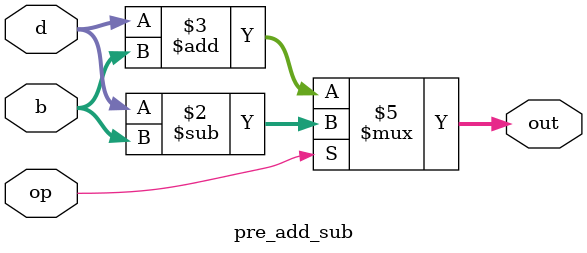
<source format=v>
module post_add_sub(x, z, op, carryin, carryout, out);

input [47:0] x, z;
input op, carryin; // op -> 0 addition;
output reg carryout;
output reg [47:0] out;
reg [48:0] result;

always @(*) begin
    result = (op) ? (z - x - carryin) : (z + x + carryin);
    out = result[47:0];
    carryout = result[48]; 
end

endmodule

module pre_add_sub(d, b, op, out);
input [17:0] d, b;
input op; // 0 addition
output reg [17:0] out;

always @(*) begin
    if(op)
        out = d - b;
    else
        out = d + b;
end

endmodule

</source>
